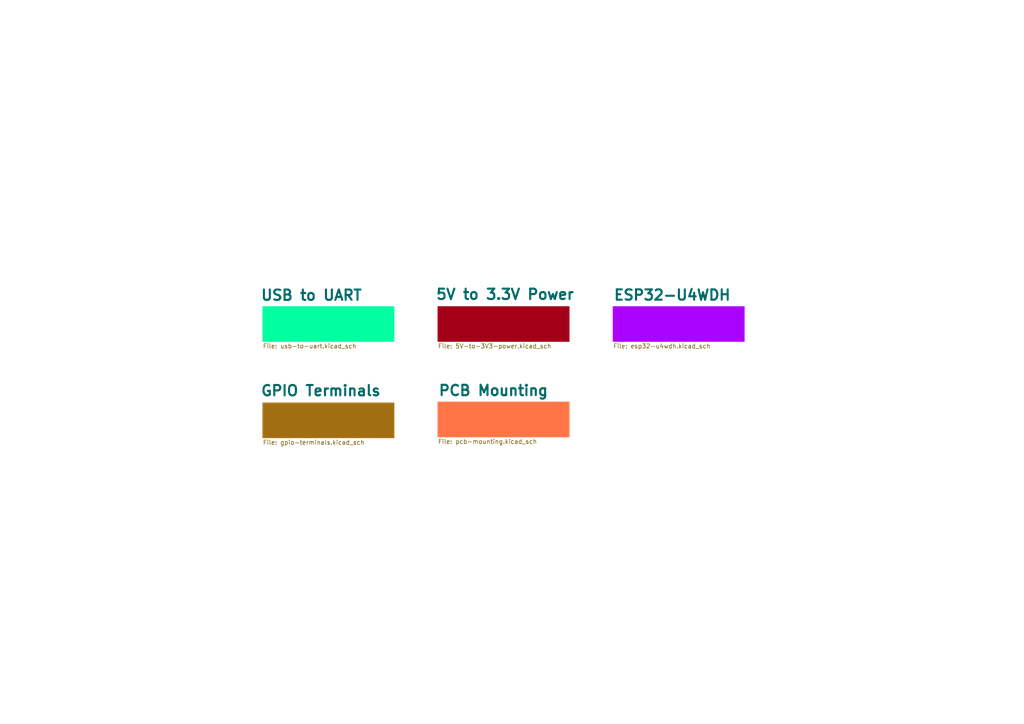
<source format=kicad_sch>
(kicad_sch (version 20211123) (generator eeschema)
  (paper "A4")
  (title_block (title "ESP32-LED-DRIVER") (comment 1 "Author: Tim Schmid"))
  (lib_symbols)
  (sheet (at 127 88.9) (size 38.1 10.16) (stroke (width 0.1524) (color 161 0 23 1)) (fill (color 161 0 23 1.0000))
    (property "Sheet name" "5V to 3.3V Power" (at 126.238 87.122 0) (effects (font (size 3 3) bold) (justify left bottom)))
    (property "Sheet file" "5V-to-3V3-power.kicad_sch" (at 127 99.6446 0) (effects (justify left top)))
  )
  (sheet (at 76.2 88.9) (size 38.1 10.16) (stroke (width 0.1524) (color 0 255 158 1)) (fill (color 0 255 158 1.0000))
    (property "Sheet name" "USB to UART " (at 75.438 87.376 0) (effects (font (size 3 3) bold) (justify left bottom)))
    (property "Sheet file" "usb-to-uart.kicad_sch" (at 76.2 99.6446 0) (effects (justify left top)))
  )
  (sheet (at 76.2 116.84) (size 38.1 10.16) (stroke (width 0.1524) (color 161 110 18 1)) (fill (color 161 110 18 1.0000))
    (property "Sheet name" "GPIO Terminals" (at 75.438 115.062 0) (effects (font (size 3 3) bold) (justify left bottom)))
    (property "Sheet file" "gpio-terminals.kicad_sch" (at 76.2 127.5846 0) (effects (justify left top)))
  )
  (sheet (at 177.8 88.9) (size 38.1 10.16) (stroke (width 0.1524) (color 169 2 255 1)) (fill (color 169 2 255 1.0000))
    (property "Sheet name" "ESP32-U4WDH" (at 177.8 87.3234 0) (effects (font (size 3 3) bold) (justify left bottom)))
    (property "Sheet file" "esp32-u4wdh.kicad_sch" (at 177.8 99.6446 0) (effects (justify left top)))
  )
  (sheet (at 127 116.586) (size 38.1 10.16) (stroke (width 0.1524) (color 255 117 69 1)) (fill (color 255 117 69 1.0000))
    (property "Sheet name" "PCB Mounting" (at 127 115.0094 0) (effects (font (size 3 3) bold) (justify left bottom)))
    (property "Sheet file" "pcb-mounting.kicad_sch" (at 127 127.3306 0) (effects (justify left top)))
  )
)
</source>
